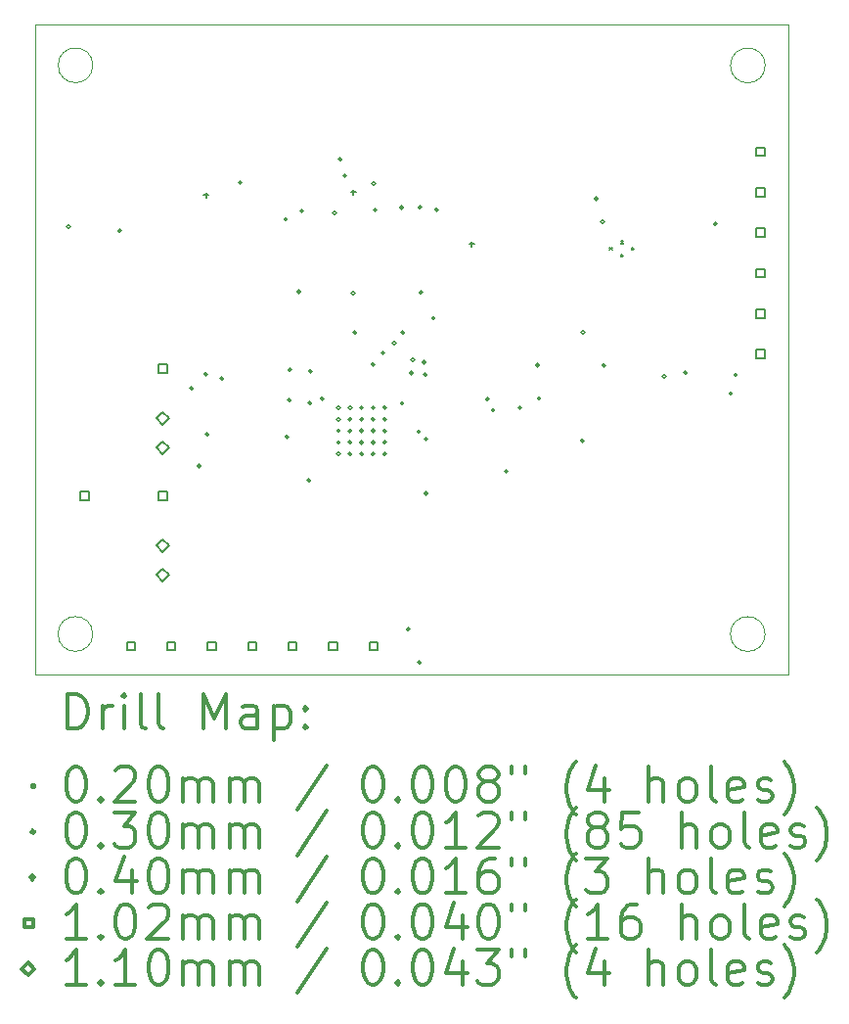
<source format=gbr>
%FSLAX45Y45*%
G04 Gerber Fmt 4.5, Leading zero omitted, Abs format (unit mm)*
G04 Created by KiCad (PCBNEW (5.1.7)-1) date 2020-10-28 11:10:14*
%MOMM*%
%LPD*%
G01*
G04 APERTURE LIST*
%TA.AperFunction,Profile*%
%ADD10C,0.050000*%
%TD*%
%ADD11C,0.200000*%
%ADD12C,0.300000*%
G04 APERTURE END LIST*
D10*
X16320000Y-4731000D02*
G75*
G03*
X16320000Y-4731000I-150000J0D01*
G01*
X16319000Y-9649000D02*
G75*
G03*
X16319000Y-9649000I-150000J0D01*
G01*
X10499000Y-9648000D02*
G75*
G03*
X10499000Y-9648000I-150000J0D01*
G01*
X10500000Y-4730000D02*
G75*
G03*
X10500000Y-4730000I-150000J0D01*
G01*
X16520000Y-9999000D02*
X9999000Y-9999000D01*
X16520000Y-4380000D02*
X16520000Y-9999000D01*
X9999000Y-4380000D02*
X16520000Y-4380000D01*
X9999000Y-9999000D02*
X9999000Y-4380000D01*
D11*
X14975000Y-6307000D02*
X14995000Y-6327000D01*
X14995000Y-6307000D02*
X14975000Y-6327000D01*
X15070000Y-6249500D02*
X15090000Y-6269500D01*
X15090000Y-6249500D02*
X15070000Y-6269500D01*
X15070000Y-6364500D02*
X15090000Y-6384500D01*
X15090000Y-6364500D02*
X15070000Y-6384500D01*
X15165000Y-6307000D02*
X15185000Y-6327000D01*
X15185000Y-6307000D02*
X15165000Y-6327000D01*
X10304000Y-6125000D02*
G75*
G03*
X10304000Y-6125000I-15000J0D01*
G01*
X10747000Y-6160000D02*
G75*
G03*
X10747000Y-6160000I-15000J0D01*
G01*
X11368000Y-7523000D02*
G75*
G03*
X11368000Y-7523000I-15000J0D01*
G01*
X11434000Y-8195000D02*
G75*
G03*
X11434000Y-8195000I-15000J0D01*
G01*
X11493000Y-7402000D02*
G75*
G03*
X11493000Y-7402000I-15000J0D01*
G01*
X11504000Y-7922000D02*
G75*
G03*
X11504000Y-7922000I-15000J0D01*
G01*
X11632000Y-7440000D02*
G75*
G03*
X11632000Y-7440000I-15000J0D01*
G01*
X11790000Y-5744000D02*
G75*
G03*
X11790000Y-5744000I-15000J0D01*
G01*
X12184000Y-6063000D02*
G75*
G03*
X12184000Y-6063000I-15000J0D01*
G01*
X12193000Y-7943000D02*
G75*
G03*
X12193000Y-7943000I-15000J0D01*
G01*
X12217000Y-7626000D02*
G75*
G03*
X12217000Y-7626000I-15000J0D01*
G01*
X12220000Y-7365000D02*
G75*
G03*
X12220000Y-7365000I-15000J0D01*
G01*
X12299000Y-6689000D02*
G75*
G03*
X12299000Y-6689000I-15000J0D01*
G01*
X12323000Y-5989000D02*
G75*
G03*
X12323000Y-5989000I-15000J0D01*
G01*
X12385000Y-8319000D02*
G75*
G03*
X12385000Y-8319000I-15000J0D01*
G01*
X12392000Y-7651000D02*
G75*
G03*
X12392000Y-7651000I-15000J0D01*
G01*
X12398000Y-7376000D02*
G75*
G03*
X12398000Y-7376000I-15000J0D01*
G01*
X12498000Y-7614000D02*
G75*
G03*
X12498000Y-7614000I-15000J0D01*
G01*
X12608000Y-6008000D02*
G75*
G03*
X12608000Y-6008000I-15000J0D01*
G01*
X12654000Y-5543000D02*
G75*
G03*
X12654000Y-5543000I-15000J0D01*
G01*
X12695842Y-5683842D02*
G75*
G03*
X12695842Y-5683842I-15000J0D01*
G01*
X12766000Y-6701000D02*
G75*
G03*
X12766000Y-6701000I-15000J0D01*
G01*
X12784000Y-7042000D02*
G75*
G03*
X12784000Y-7042000I-15000J0D01*
G01*
X12939000Y-7316000D02*
G75*
G03*
X12939000Y-7316000I-15000J0D01*
G01*
X12946000Y-5754000D02*
G75*
G03*
X12946000Y-5754000I-15000J0D01*
G01*
X12960000Y-5981000D02*
G75*
G03*
X12960000Y-5981000I-15000J0D01*
G01*
X13025842Y-7216158D02*
G75*
G03*
X13025842Y-7216158I-15000J0D01*
G01*
X13124000Y-7133000D02*
G75*
G03*
X13124000Y-7133000I-15000J0D01*
G01*
X13187000Y-5959000D02*
G75*
G03*
X13187000Y-5959000I-15000J0D01*
G01*
X13191000Y-7654000D02*
G75*
G03*
X13191000Y-7654000I-15000J0D01*
G01*
X13197000Y-7042000D02*
G75*
G03*
X13197000Y-7042000I-15000J0D01*
G01*
X13245000Y-9606000D02*
G75*
G03*
X13245000Y-9606000I-15000J0D01*
G01*
X13273000Y-7390000D02*
G75*
G03*
X13273000Y-7390000I-15000J0D01*
G01*
X13285000Y-7277000D02*
G75*
G03*
X13285000Y-7277000I-15000J0D01*
G01*
X13334000Y-7899000D02*
G75*
G03*
X13334000Y-7899000I-15000J0D01*
G01*
X13343000Y-9895000D02*
G75*
G03*
X13343000Y-9895000I-15000J0D01*
G01*
X13347000Y-5957860D02*
G75*
G03*
X13347000Y-5957860I-15000J0D01*
G01*
X13355000Y-6695000D02*
G75*
G03*
X13355000Y-6695000I-15000J0D01*
G01*
X13382000Y-7298000D02*
G75*
G03*
X13382000Y-7298000I-15000J0D01*
G01*
X13392000Y-7405000D02*
G75*
G03*
X13392000Y-7405000I-15000J0D01*
G01*
X13398000Y-7963000D02*
G75*
G03*
X13398000Y-7963000I-15000J0D01*
G01*
X13400000Y-8432000D02*
G75*
G03*
X13400000Y-8432000I-15000J0D01*
G01*
X13462000Y-6916000D02*
G75*
G03*
X13462000Y-6916000I-15000J0D01*
G01*
X13490000Y-5978000D02*
G75*
G03*
X13490000Y-5978000I-15000J0D01*
G01*
X13930000Y-7616000D02*
G75*
G03*
X13930000Y-7616000I-15000J0D01*
G01*
X13980000Y-7713000D02*
G75*
G03*
X13980000Y-7713000I-15000J0D01*
G01*
X14093000Y-8241000D02*
G75*
G03*
X14093000Y-8241000I-15000J0D01*
G01*
X14213000Y-7692000D02*
G75*
G03*
X14213000Y-7692000I-15000J0D01*
G01*
X14364000Y-7325000D02*
G75*
G03*
X14364000Y-7325000I-15000J0D01*
G01*
X14377000Y-7610000D02*
G75*
G03*
X14377000Y-7610000I-15000J0D01*
G01*
X14751000Y-7978000D02*
G75*
G03*
X14751000Y-7978000I-15000J0D01*
G01*
X14758000Y-7041000D02*
G75*
G03*
X14758000Y-7041000I-15000J0D01*
G01*
X14872000Y-5885000D02*
G75*
G03*
X14872000Y-5885000I-15000J0D01*
G01*
X14927000Y-6081000D02*
G75*
G03*
X14927000Y-6081000I-15000J0D01*
G01*
X14938000Y-7324000D02*
G75*
G03*
X14938000Y-7324000I-15000J0D01*
G01*
X15459000Y-7420000D02*
G75*
G03*
X15459000Y-7420000I-15000J0D01*
G01*
X15645000Y-7389000D02*
G75*
G03*
X15645000Y-7389000I-15000J0D01*
G01*
X15902000Y-6103000D02*
G75*
G03*
X15902000Y-6103000I-15000J0D01*
G01*
X16036000Y-7569000D02*
G75*
G03*
X16036000Y-7569000I-15000J0D01*
G01*
X16080000Y-7408000D02*
G75*
G03*
X16080000Y-7408000I-15000J0D01*
G01*
X12641000Y-7691000D02*
G75*
G03*
X12641000Y-7691000I-15000J0D01*
G01*
X12641000Y-7791000D02*
G75*
G03*
X12641000Y-7791000I-15000J0D01*
G01*
X12641000Y-7891000D02*
G75*
G03*
X12641000Y-7891000I-15000J0D01*
G01*
X12641000Y-7991000D02*
G75*
G03*
X12641000Y-7991000I-15000J0D01*
G01*
X12641000Y-8091000D02*
G75*
G03*
X12641000Y-8091000I-15000J0D01*
G01*
X12741000Y-7691000D02*
G75*
G03*
X12741000Y-7691000I-15000J0D01*
G01*
X12741000Y-7791000D02*
G75*
G03*
X12741000Y-7791000I-15000J0D01*
G01*
X12741000Y-7891000D02*
G75*
G03*
X12741000Y-7891000I-15000J0D01*
G01*
X12741000Y-7991000D02*
G75*
G03*
X12741000Y-7991000I-15000J0D01*
G01*
X12741000Y-8091000D02*
G75*
G03*
X12741000Y-8091000I-15000J0D01*
G01*
X12841000Y-7691000D02*
G75*
G03*
X12841000Y-7691000I-15000J0D01*
G01*
X12841000Y-7791000D02*
G75*
G03*
X12841000Y-7791000I-15000J0D01*
G01*
X12841000Y-7891000D02*
G75*
G03*
X12841000Y-7891000I-15000J0D01*
G01*
X12841000Y-7991000D02*
G75*
G03*
X12841000Y-7991000I-15000J0D01*
G01*
X12841000Y-8091000D02*
G75*
G03*
X12841000Y-8091000I-15000J0D01*
G01*
X12941000Y-7691000D02*
G75*
G03*
X12941000Y-7691000I-15000J0D01*
G01*
X12941000Y-7791000D02*
G75*
G03*
X12941000Y-7791000I-15000J0D01*
G01*
X12941000Y-7891000D02*
G75*
G03*
X12941000Y-7891000I-15000J0D01*
G01*
X12941000Y-7991000D02*
G75*
G03*
X12941000Y-7991000I-15000J0D01*
G01*
X12941000Y-8091000D02*
G75*
G03*
X12941000Y-8091000I-15000J0D01*
G01*
X13041000Y-7691000D02*
G75*
G03*
X13041000Y-7691000I-15000J0D01*
G01*
X13041000Y-7791000D02*
G75*
G03*
X13041000Y-7791000I-15000J0D01*
G01*
X13041000Y-7891000D02*
G75*
G03*
X13041000Y-7891000I-15000J0D01*
G01*
X13041000Y-7991000D02*
G75*
G03*
X13041000Y-7991000I-15000J0D01*
G01*
X13041000Y-8091000D02*
G75*
G03*
X13041000Y-8091000I-15000J0D01*
G01*
X11480000Y-5832000D02*
X11480000Y-5872000D01*
X11460000Y-5852000D02*
X11500000Y-5852000D01*
X12755000Y-5807000D02*
X12755000Y-5847000D01*
X12735000Y-5827000D02*
X12775000Y-5827000D01*
X13780000Y-6257000D02*
X13780000Y-6297000D01*
X13760000Y-6277000D02*
X13800000Y-6277000D01*
X11141063Y-8488063D02*
X11141063Y-8415937D01*
X11068937Y-8415937D01*
X11068937Y-8488063D01*
X11141063Y-8488063D01*
X12616063Y-9788063D02*
X12616063Y-9715937D01*
X12543937Y-9715937D01*
X12543937Y-9788063D01*
X12616063Y-9788063D01*
X16316063Y-6213063D02*
X16316063Y-6140937D01*
X16243937Y-6140937D01*
X16243937Y-6213063D01*
X16316063Y-6213063D01*
X11216063Y-9788063D02*
X11216063Y-9715937D01*
X11143937Y-9715937D01*
X11143937Y-9788063D01*
X11216063Y-9788063D01*
X16316063Y-6913063D02*
X16316063Y-6840937D01*
X16243937Y-6840937D01*
X16243937Y-6913063D01*
X16316063Y-6913063D01*
X12266063Y-9788063D02*
X12266063Y-9715937D01*
X12193937Y-9715937D01*
X12193937Y-9788063D01*
X12266063Y-9788063D01*
X12966063Y-9788063D02*
X12966063Y-9715937D01*
X12893937Y-9715937D01*
X12893937Y-9788063D01*
X12966063Y-9788063D01*
X11566063Y-9788063D02*
X11566063Y-9715937D01*
X11493937Y-9715937D01*
X11493937Y-9788063D01*
X11566063Y-9788063D01*
X16316063Y-7263063D02*
X16316063Y-7190937D01*
X16243937Y-7190937D01*
X16243937Y-7263063D01*
X16316063Y-7263063D01*
X16316063Y-5513063D02*
X16316063Y-5440937D01*
X16243937Y-5440937D01*
X16243937Y-5513063D01*
X16316063Y-5513063D01*
X11141063Y-7388063D02*
X11141063Y-7315937D01*
X11068937Y-7315937D01*
X11068937Y-7388063D01*
X11141063Y-7388063D01*
X16316063Y-5863063D02*
X16316063Y-5790937D01*
X16243937Y-5790937D01*
X16243937Y-5863063D01*
X16316063Y-5863063D01*
X11916063Y-9788063D02*
X11916063Y-9715937D01*
X11843937Y-9715937D01*
X11843937Y-9788063D01*
X11916063Y-9788063D01*
X10866063Y-9788063D02*
X10866063Y-9715937D01*
X10793937Y-9715937D01*
X10793937Y-9788063D01*
X10866063Y-9788063D01*
X10466063Y-8488063D02*
X10466063Y-8415937D01*
X10393937Y-8415937D01*
X10393937Y-8488063D01*
X10466063Y-8488063D01*
X16316063Y-6563063D02*
X16316063Y-6490937D01*
X16243937Y-6490937D01*
X16243937Y-6563063D01*
X16316063Y-6563063D01*
X11104000Y-8091000D02*
X11159000Y-8036000D01*
X11104000Y-7981000D01*
X11049000Y-8036000D01*
X11104000Y-8091000D01*
X11106000Y-7837000D02*
X11161000Y-7782000D01*
X11106000Y-7727000D01*
X11051000Y-7782000D01*
X11106000Y-7837000D01*
X11104000Y-9191000D02*
X11159000Y-9136000D01*
X11104000Y-9081000D01*
X11049000Y-9136000D01*
X11104000Y-9191000D01*
X11106000Y-8937000D02*
X11161000Y-8882000D01*
X11106000Y-8827000D01*
X11051000Y-8882000D01*
X11106000Y-8937000D01*
D12*
X10282928Y-10467214D02*
X10282928Y-10167214D01*
X10354357Y-10167214D01*
X10397214Y-10181500D01*
X10425786Y-10210072D01*
X10440071Y-10238643D01*
X10454357Y-10295786D01*
X10454357Y-10338643D01*
X10440071Y-10395786D01*
X10425786Y-10424357D01*
X10397214Y-10452929D01*
X10354357Y-10467214D01*
X10282928Y-10467214D01*
X10582928Y-10467214D02*
X10582928Y-10267214D01*
X10582928Y-10324357D02*
X10597214Y-10295786D01*
X10611500Y-10281500D01*
X10640071Y-10267214D01*
X10668643Y-10267214D01*
X10768643Y-10467214D02*
X10768643Y-10267214D01*
X10768643Y-10167214D02*
X10754357Y-10181500D01*
X10768643Y-10195786D01*
X10782928Y-10181500D01*
X10768643Y-10167214D01*
X10768643Y-10195786D01*
X10954357Y-10467214D02*
X10925786Y-10452929D01*
X10911500Y-10424357D01*
X10911500Y-10167214D01*
X11111500Y-10467214D02*
X11082928Y-10452929D01*
X11068643Y-10424357D01*
X11068643Y-10167214D01*
X11454357Y-10467214D02*
X11454357Y-10167214D01*
X11554357Y-10381500D01*
X11654357Y-10167214D01*
X11654357Y-10467214D01*
X11925786Y-10467214D02*
X11925786Y-10310072D01*
X11911500Y-10281500D01*
X11882928Y-10267214D01*
X11825786Y-10267214D01*
X11797214Y-10281500D01*
X11925786Y-10452929D02*
X11897214Y-10467214D01*
X11825786Y-10467214D01*
X11797214Y-10452929D01*
X11782928Y-10424357D01*
X11782928Y-10395786D01*
X11797214Y-10367214D01*
X11825786Y-10352929D01*
X11897214Y-10352929D01*
X11925786Y-10338643D01*
X12068643Y-10267214D02*
X12068643Y-10567214D01*
X12068643Y-10281500D02*
X12097214Y-10267214D01*
X12154357Y-10267214D01*
X12182928Y-10281500D01*
X12197214Y-10295786D01*
X12211500Y-10324357D01*
X12211500Y-10410072D01*
X12197214Y-10438643D01*
X12182928Y-10452929D01*
X12154357Y-10467214D01*
X12097214Y-10467214D01*
X12068643Y-10452929D01*
X12340071Y-10438643D02*
X12354357Y-10452929D01*
X12340071Y-10467214D01*
X12325786Y-10452929D01*
X12340071Y-10438643D01*
X12340071Y-10467214D01*
X12340071Y-10281500D02*
X12354357Y-10295786D01*
X12340071Y-10310072D01*
X12325786Y-10295786D01*
X12340071Y-10281500D01*
X12340071Y-10310072D01*
X9976500Y-10951500D02*
X9996500Y-10971500D01*
X9996500Y-10951500D02*
X9976500Y-10971500D01*
X10340071Y-10797214D02*
X10368643Y-10797214D01*
X10397214Y-10811500D01*
X10411500Y-10825786D01*
X10425786Y-10854357D01*
X10440071Y-10911500D01*
X10440071Y-10982929D01*
X10425786Y-11040072D01*
X10411500Y-11068643D01*
X10397214Y-11082929D01*
X10368643Y-11097214D01*
X10340071Y-11097214D01*
X10311500Y-11082929D01*
X10297214Y-11068643D01*
X10282928Y-11040072D01*
X10268643Y-10982929D01*
X10268643Y-10911500D01*
X10282928Y-10854357D01*
X10297214Y-10825786D01*
X10311500Y-10811500D01*
X10340071Y-10797214D01*
X10568643Y-11068643D02*
X10582928Y-11082929D01*
X10568643Y-11097214D01*
X10554357Y-11082929D01*
X10568643Y-11068643D01*
X10568643Y-11097214D01*
X10697214Y-10825786D02*
X10711500Y-10811500D01*
X10740071Y-10797214D01*
X10811500Y-10797214D01*
X10840071Y-10811500D01*
X10854357Y-10825786D01*
X10868643Y-10854357D01*
X10868643Y-10882929D01*
X10854357Y-10925786D01*
X10682928Y-11097214D01*
X10868643Y-11097214D01*
X11054357Y-10797214D02*
X11082928Y-10797214D01*
X11111500Y-10811500D01*
X11125786Y-10825786D01*
X11140071Y-10854357D01*
X11154357Y-10911500D01*
X11154357Y-10982929D01*
X11140071Y-11040072D01*
X11125786Y-11068643D01*
X11111500Y-11082929D01*
X11082928Y-11097214D01*
X11054357Y-11097214D01*
X11025786Y-11082929D01*
X11011500Y-11068643D01*
X10997214Y-11040072D01*
X10982928Y-10982929D01*
X10982928Y-10911500D01*
X10997214Y-10854357D01*
X11011500Y-10825786D01*
X11025786Y-10811500D01*
X11054357Y-10797214D01*
X11282928Y-11097214D02*
X11282928Y-10897214D01*
X11282928Y-10925786D02*
X11297214Y-10911500D01*
X11325786Y-10897214D01*
X11368643Y-10897214D01*
X11397214Y-10911500D01*
X11411500Y-10940072D01*
X11411500Y-11097214D01*
X11411500Y-10940072D02*
X11425786Y-10911500D01*
X11454357Y-10897214D01*
X11497214Y-10897214D01*
X11525786Y-10911500D01*
X11540071Y-10940072D01*
X11540071Y-11097214D01*
X11682928Y-11097214D02*
X11682928Y-10897214D01*
X11682928Y-10925786D02*
X11697214Y-10911500D01*
X11725786Y-10897214D01*
X11768643Y-10897214D01*
X11797214Y-10911500D01*
X11811500Y-10940072D01*
X11811500Y-11097214D01*
X11811500Y-10940072D02*
X11825786Y-10911500D01*
X11854357Y-10897214D01*
X11897214Y-10897214D01*
X11925786Y-10911500D01*
X11940071Y-10940072D01*
X11940071Y-11097214D01*
X12525786Y-10782929D02*
X12268643Y-11168643D01*
X12911500Y-10797214D02*
X12940071Y-10797214D01*
X12968643Y-10811500D01*
X12982928Y-10825786D01*
X12997214Y-10854357D01*
X13011500Y-10911500D01*
X13011500Y-10982929D01*
X12997214Y-11040072D01*
X12982928Y-11068643D01*
X12968643Y-11082929D01*
X12940071Y-11097214D01*
X12911500Y-11097214D01*
X12882928Y-11082929D01*
X12868643Y-11068643D01*
X12854357Y-11040072D01*
X12840071Y-10982929D01*
X12840071Y-10911500D01*
X12854357Y-10854357D01*
X12868643Y-10825786D01*
X12882928Y-10811500D01*
X12911500Y-10797214D01*
X13140071Y-11068643D02*
X13154357Y-11082929D01*
X13140071Y-11097214D01*
X13125786Y-11082929D01*
X13140071Y-11068643D01*
X13140071Y-11097214D01*
X13340071Y-10797214D02*
X13368643Y-10797214D01*
X13397214Y-10811500D01*
X13411500Y-10825786D01*
X13425786Y-10854357D01*
X13440071Y-10911500D01*
X13440071Y-10982929D01*
X13425786Y-11040072D01*
X13411500Y-11068643D01*
X13397214Y-11082929D01*
X13368643Y-11097214D01*
X13340071Y-11097214D01*
X13311500Y-11082929D01*
X13297214Y-11068643D01*
X13282928Y-11040072D01*
X13268643Y-10982929D01*
X13268643Y-10911500D01*
X13282928Y-10854357D01*
X13297214Y-10825786D01*
X13311500Y-10811500D01*
X13340071Y-10797214D01*
X13625786Y-10797214D02*
X13654357Y-10797214D01*
X13682928Y-10811500D01*
X13697214Y-10825786D01*
X13711500Y-10854357D01*
X13725786Y-10911500D01*
X13725786Y-10982929D01*
X13711500Y-11040072D01*
X13697214Y-11068643D01*
X13682928Y-11082929D01*
X13654357Y-11097214D01*
X13625786Y-11097214D01*
X13597214Y-11082929D01*
X13582928Y-11068643D01*
X13568643Y-11040072D01*
X13554357Y-10982929D01*
X13554357Y-10911500D01*
X13568643Y-10854357D01*
X13582928Y-10825786D01*
X13597214Y-10811500D01*
X13625786Y-10797214D01*
X13897214Y-10925786D02*
X13868643Y-10911500D01*
X13854357Y-10897214D01*
X13840071Y-10868643D01*
X13840071Y-10854357D01*
X13854357Y-10825786D01*
X13868643Y-10811500D01*
X13897214Y-10797214D01*
X13954357Y-10797214D01*
X13982928Y-10811500D01*
X13997214Y-10825786D01*
X14011500Y-10854357D01*
X14011500Y-10868643D01*
X13997214Y-10897214D01*
X13982928Y-10911500D01*
X13954357Y-10925786D01*
X13897214Y-10925786D01*
X13868643Y-10940072D01*
X13854357Y-10954357D01*
X13840071Y-10982929D01*
X13840071Y-11040072D01*
X13854357Y-11068643D01*
X13868643Y-11082929D01*
X13897214Y-11097214D01*
X13954357Y-11097214D01*
X13982928Y-11082929D01*
X13997214Y-11068643D01*
X14011500Y-11040072D01*
X14011500Y-10982929D01*
X13997214Y-10954357D01*
X13982928Y-10940072D01*
X13954357Y-10925786D01*
X14125786Y-10797214D02*
X14125786Y-10854357D01*
X14240071Y-10797214D02*
X14240071Y-10854357D01*
X14682928Y-11211500D02*
X14668643Y-11197214D01*
X14640071Y-11154357D01*
X14625786Y-11125786D01*
X14611500Y-11082929D01*
X14597214Y-11011500D01*
X14597214Y-10954357D01*
X14611500Y-10882929D01*
X14625786Y-10840072D01*
X14640071Y-10811500D01*
X14668643Y-10768643D01*
X14682928Y-10754357D01*
X14925786Y-10897214D02*
X14925786Y-11097214D01*
X14854357Y-10782929D02*
X14782928Y-10997214D01*
X14968643Y-10997214D01*
X15311500Y-11097214D02*
X15311500Y-10797214D01*
X15440071Y-11097214D02*
X15440071Y-10940072D01*
X15425786Y-10911500D01*
X15397214Y-10897214D01*
X15354357Y-10897214D01*
X15325786Y-10911500D01*
X15311500Y-10925786D01*
X15625786Y-11097214D02*
X15597214Y-11082929D01*
X15582928Y-11068643D01*
X15568643Y-11040072D01*
X15568643Y-10954357D01*
X15582928Y-10925786D01*
X15597214Y-10911500D01*
X15625786Y-10897214D01*
X15668643Y-10897214D01*
X15697214Y-10911500D01*
X15711500Y-10925786D01*
X15725786Y-10954357D01*
X15725786Y-11040072D01*
X15711500Y-11068643D01*
X15697214Y-11082929D01*
X15668643Y-11097214D01*
X15625786Y-11097214D01*
X15897214Y-11097214D02*
X15868643Y-11082929D01*
X15854357Y-11054357D01*
X15854357Y-10797214D01*
X16125786Y-11082929D02*
X16097214Y-11097214D01*
X16040071Y-11097214D01*
X16011500Y-11082929D01*
X15997214Y-11054357D01*
X15997214Y-10940072D01*
X16011500Y-10911500D01*
X16040071Y-10897214D01*
X16097214Y-10897214D01*
X16125786Y-10911500D01*
X16140071Y-10940072D01*
X16140071Y-10968643D01*
X15997214Y-10997214D01*
X16254357Y-11082929D02*
X16282928Y-11097214D01*
X16340071Y-11097214D01*
X16368643Y-11082929D01*
X16382928Y-11054357D01*
X16382928Y-11040072D01*
X16368643Y-11011500D01*
X16340071Y-10997214D01*
X16297214Y-10997214D01*
X16268643Y-10982929D01*
X16254357Y-10954357D01*
X16254357Y-10940072D01*
X16268643Y-10911500D01*
X16297214Y-10897214D01*
X16340071Y-10897214D01*
X16368643Y-10911500D01*
X16482928Y-11211500D02*
X16497214Y-11197214D01*
X16525786Y-11154357D01*
X16540071Y-11125786D01*
X16554357Y-11082929D01*
X16568643Y-11011500D01*
X16568643Y-10954357D01*
X16554357Y-10882929D01*
X16540071Y-10840072D01*
X16525786Y-10811500D01*
X16497214Y-10768643D01*
X16482928Y-10754357D01*
X9996500Y-11357500D02*
G75*
G03*
X9996500Y-11357500I-15000J0D01*
G01*
X10340071Y-11193214D02*
X10368643Y-11193214D01*
X10397214Y-11207500D01*
X10411500Y-11221786D01*
X10425786Y-11250357D01*
X10440071Y-11307500D01*
X10440071Y-11378929D01*
X10425786Y-11436071D01*
X10411500Y-11464643D01*
X10397214Y-11478929D01*
X10368643Y-11493214D01*
X10340071Y-11493214D01*
X10311500Y-11478929D01*
X10297214Y-11464643D01*
X10282928Y-11436071D01*
X10268643Y-11378929D01*
X10268643Y-11307500D01*
X10282928Y-11250357D01*
X10297214Y-11221786D01*
X10311500Y-11207500D01*
X10340071Y-11193214D01*
X10568643Y-11464643D02*
X10582928Y-11478929D01*
X10568643Y-11493214D01*
X10554357Y-11478929D01*
X10568643Y-11464643D01*
X10568643Y-11493214D01*
X10682928Y-11193214D02*
X10868643Y-11193214D01*
X10768643Y-11307500D01*
X10811500Y-11307500D01*
X10840071Y-11321786D01*
X10854357Y-11336071D01*
X10868643Y-11364643D01*
X10868643Y-11436071D01*
X10854357Y-11464643D01*
X10840071Y-11478929D01*
X10811500Y-11493214D01*
X10725786Y-11493214D01*
X10697214Y-11478929D01*
X10682928Y-11464643D01*
X11054357Y-11193214D02*
X11082928Y-11193214D01*
X11111500Y-11207500D01*
X11125786Y-11221786D01*
X11140071Y-11250357D01*
X11154357Y-11307500D01*
X11154357Y-11378929D01*
X11140071Y-11436071D01*
X11125786Y-11464643D01*
X11111500Y-11478929D01*
X11082928Y-11493214D01*
X11054357Y-11493214D01*
X11025786Y-11478929D01*
X11011500Y-11464643D01*
X10997214Y-11436071D01*
X10982928Y-11378929D01*
X10982928Y-11307500D01*
X10997214Y-11250357D01*
X11011500Y-11221786D01*
X11025786Y-11207500D01*
X11054357Y-11193214D01*
X11282928Y-11493214D02*
X11282928Y-11293214D01*
X11282928Y-11321786D02*
X11297214Y-11307500D01*
X11325786Y-11293214D01*
X11368643Y-11293214D01*
X11397214Y-11307500D01*
X11411500Y-11336071D01*
X11411500Y-11493214D01*
X11411500Y-11336071D02*
X11425786Y-11307500D01*
X11454357Y-11293214D01*
X11497214Y-11293214D01*
X11525786Y-11307500D01*
X11540071Y-11336071D01*
X11540071Y-11493214D01*
X11682928Y-11493214D02*
X11682928Y-11293214D01*
X11682928Y-11321786D02*
X11697214Y-11307500D01*
X11725786Y-11293214D01*
X11768643Y-11293214D01*
X11797214Y-11307500D01*
X11811500Y-11336071D01*
X11811500Y-11493214D01*
X11811500Y-11336071D02*
X11825786Y-11307500D01*
X11854357Y-11293214D01*
X11897214Y-11293214D01*
X11925786Y-11307500D01*
X11940071Y-11336071D01*
X11940071Y-11493214D01*
X12525786Y-11178929D02*
X12268643Y-11564643D01*
X12911500Y-11193214D02*
X12940071Y-11193214D01*
X12968643Y-11207500D01*
X12982928Y-11221786D01*
X12997214Y-11250357D01*
X13011500Y-11307500D01*
X13011500Y-11378929D01*
X12997214Y-11436071D01*
X12982928Y-11464643D01*
X12968643Y-11478929D01*
X12940071Y-11493214D01*
X12911500Y-11493214D01*
X12882928Y-11478929D01*
X12868643Y-11464643D01*
X12854357Y-11436071D01*
X12840071Y-11378929D01*
X12840071Y-11307500D01*
X12854357Y-11250357D01*
X12868643Y-11221786D01*
X12882928Y-11207500D01*
X12911500Y-11193214D01*
X13140071Y-11464643D02*
X13154357Y-11478929D01*
X13140071Y-11493214D01*
X13125786Y-11478929D01*
X13140071Y-11464643D01*
X13140071Y-11493214D01*
X13340071Y-11193214D02*
X13368643Y-11193214D01*
X13397214Y-11207500D01*
X13411500Y-11221786D01*
X13425786Y-11250357D01*
X13440071Y-11307500D01*
X13440071Y-11378929D01*
X13425786Y-11436071D01*
X13411500Y-11464643D01*
X13397214Y-11478929D01*
X13368643Y-11493214D01*
X13340071Y-11493214D01*
X13311500Y-11478929D01*
X13297214Y-11464643D01*
X13282928Y-11436071D01*
X13268643Y-11378929D01*
X13268643Y-11307500D01*
X13282928Y-11250357D01*
X13297214Y-11221786D01*
X13311500Y-11207500D01*
X13340071Y-11193214D01*
X13725786Y-11493214D02*
X13554357Y-11493214D01*
X13640071Y-11493214D02*
X13640071Y-11193214D01*
X13611500Y-11236071D01*
X13582928Y-11264643D01*
X13554357Y-11278929D01*
X13840071Y-11221786D02*
X13854357Y-11207500D01*
X13882928Y-11193214D01*
X13954357Y-11193214D01*
X13982928Y-11207500D01*
X13997214Y-11221786D01*
X14011500Y-11250357D01*
X14011500Y-11278929D01*
X13997214Y-11321786D01*
X13825786Y-11493214D01*
X14011500Y-11493214D01*
X14125786Y-11193214D02*
X14125786Y-11250357D01*
X14240071Y-11193214D02*
X14240071Y-11250357D01*
X14682928Y-11607500D02*
X14668643Y-11593214D01*
X14640071Y-11550357D01*
X14625786Y-11521786D01*
X14611500Y-11478929D01*
X14597214Y-11407500D01*
X14597214Y-11350357D01*
X14611500Y-11278929D01*
X14625786Y-11236071D01*
X14640071Y-11207500D01*
X14668643Y-11164643D01*
X14682928Y-11150357D01*
X14840071Y-11321786D02*
X14811500Y-11307500D01*
X14797214Y-11293214D01*
X14782928Y-11264643D01*
X14782928Y-11250357D01*
X14797214Y-11221786D01*
X14811500Y-11207500D01*
X14840071Y-11193214D01*
X14897214Y-11193214D01*
X14925786Y-11207500D01*
X14940071Y-11221786D01*
X14954357Y-11250357D01*
X14954357Y-11264643D01*
X14940071Y-11293214D01*
X14925786Y-11307500D01*
X14897214Y-11321786D01*
X14840071Y-11321786D01*
X14811500Y-11336071D01*
X14797214Y-11350357D01*
X14782928Y-11378929D01*
X14782928Y-11436071D01*
X14797214Y-11464643D01*
X14811500Y-11478929D01*
X14840071Y-11493214D01*
X14897214Y-11493214D01*
X14925786Y-11478929D01*
X14940071Y-11464643D01*
X14954357Y-11436071D01*
X14954357Y-11378929D01*
X14940071Y-11350357D01*
X14925786Y-11336071D01*
X14897214Y-11321786D01*
X15225786Y-11193214D02*
X15082928Y-11193214D01*
X15068643Y-11336071D01*
X15082928Y-11321786D01*
X15111500Y-11307500D01*
X15182928Y-11307500D01*
X15211500Y-11321786D01*
X15225786Y-11336071D01*
X15240071Y-11364643D01*
X15240071Y-11436071D01*
X15225786Y-11464643D01*
X15211500Y-11478929D01*
X15182928Y-11493214D01*
X15111500Y-11493214D01*
X15082928Y-11478929D01*
X15068643Y-11464643D01*
X15597214Y-11493214D02*
X15597214Y-11193214D01*
X15725786Y-11493214D02*
X15725786Y-11336071D01*
X15711500Y-11307500D01*
X15682928Y-11293214D01*
X15640071Y-11293214D01*
X15611500Y-11307500D01*
X15597214Y-11321786D01*
X15911500Y-11493214D02*
X15882928Y-11478929D01*
X15868643Y-11464643D01*
X15854357Y-11436071D01*
X15854357Y-11350357D01*
X15868643Y-11321786D01*
X15882928Y-11307500D01*
X15911500Y-11293214D01*
X15954357Y-11293214D01*
X15982928Y-11307500D01*
X15997214Y-11321786D01*
X16011500Y-11350357D01*
X16011500Y-11436071D01*
X15997214Y-11464643D01*
X15982928Y-11478929D01*
X15954357Y-11493214D01*
X15911500Y-11493214D01*
X16182928Y-11493214D02*
X16154357Y-11478929D01*
X16140071Y-11450357D01*
X16140071Y-11193214D01*
X16411500Y-11478929D02*
X16382928Y-11493214D01*
X16325786Y-11493214D01*
X16297214Y-11478929D01*
X16282928Y-11450357D01*
X16282928Y-11336071D01*
X16297214Y-11307500D01*
X16325786Y-11293214D01*
X16382928Y-11293214D01*
X16411500Y-11307500D01*
X16425786Y-11336071D01*
X16425786Y-11364643D01*
X16282928Y-11393214D01*
X16540071Y-11478929D02*
X16568643Y-11493214D01*
X16625786Y-11493214D01*
X16654357Y-11478929D01*
X16668643Y-11450357D01*
X16668643Y-11436071D01*
X16654357Y-11407500D01*
X16625786Y-11393214D01*
X16582928Y-11393214D01*
X16554357Y-11378929D01*
X16540071Y-11350357D01*
X16540071Y-11336071D01*
X16554357Y-11307500D01*
X16582928Y-11293214D01*
X16625786Y-11293214D01*
X16654357Y-11307500D01*
X16768643Y-11607500D02*
X16782928Y-11593214D01*
X16811500Y-11550357D01*
X16825786Y-11521786D01*
X16840071Y-11478929D01*
X16854357Y-11407500D01*
X16854357Y-11350357D01*
X16840071Y-11278929D01*
X16825786Y-11236071D01*
X16811500Y-11207500D01*
X16782928Y-11164643D01*
X16768643Y-11150357D01*
X9976500Y-11733500D02*
X9976500Y-11773500D01*
X9956500Y-11753500D02*
X9996500Y-11753500D01*
X10340071Y-11589214D02*
X10368643Y-11589214D01*
X10397214Y-11603500D01*
X10411500Y-11617786D01*
X10425786Y-11646357D01*
X10440071Y-11703500D01*
X10440071Y-11774929D01*
X10425786Y-11832071D01*
X10411500Y-11860643D01*
X10397214Y-11874929D01*
X10368643Y-11889214D01*
X10340071Y-11889214D01*
X10311500Y-11874929D01*
X10297214Y-11860643D01*
X10282928Y-11832071D01*
X10268643Y-11774929D01*
X10268643Y-11703500D01*
X10282928Y-11646357D01*
X10297214Y-11617786D01*
X10311500Y-11603500D01*
X10340071Y-11589214D01*
X10568643Y-11860643D02*
X10582928Y-11874929D01*
X10568643Y-11889214D01*
X10554357Y-11874929D01*
X10568643Y-11860643D01*
X10568643Y-11889214D01*
X10840071Y-11689214D02*
X10840071Y-11889214D01*
X10768643Y-11574929D02*
X10697214Y-11789214D01*
X10882928Y-11789214D01*
X11054357Y-11589214D02*
X11082928Y-11589214D01*
X11111500Y-11603500D01*
X11125786Y-11617786D01*
X11140071Y-11646357D01*
X11154357Y-11703500D01*
X11154357Y-11774929D01*
X11140071Y-11832071D01*
X11125786Y-11860643D01*
X11111500Y-11874929D01*
X11082928Y-11889214D01*
X11054357Y-11889214D01*
X11025786Y-11874929D01*
X11011500Y-11860643D01*
X10997214Y-11832071D01*
X10982928Y-11774929D01*
X10982928Y-11703500D01*
X10997214Y-11646357D01*
X11011500Y-11617786D01*
X11025786Y-11603500D01*
X11054357Y-11589214D01*
X11282928Y-11889214D02*
X11282928Y-11689214D01*
X11282928Y-11717786D02*
X11297214Y-11703500D01*
X11325786Y-11689214D01*
X11368643Y-11689214D01*
X11397214Y-11703500D01*
X11411500Y-11732071D01*
X11411500Y-11889214D01*
X11411500Y-11732071D02*
X11425786Y-11703500D01*
X11454357Y-11689214D01*
X11497214Y-11689214D01*
X11525786Y-11703500D01*
X11540071Y-11732071D01*
X11540071Y-11889214D01*
X11682928Y-11889214D02*
X11682928Y-11689214D01*
X11682928Y-11717786D02*
X11697214Y-11703500D01*
X11725786Y-11689214D01*
X11768643Y-11689214D01*
X11797214Y-11703500D01*
X11811500Y-11732071D01*
X11811500Y-11889214D01*
X11811500Y-11732071D02*
X11825786Y-11703500D01*
X11854357Y-11689214D01*
X11897214Y-11689214D01*
X11925786Y-11703500D01*
X11940071Y-11732071D01*
X11940071Y-11889214D01*
X12525786Y-11574929D02*
X12268643Y-11960643D01*
X12911500Y-11589214D02*
X12940071Y-11589214D01*
X12968643Y-11603500D01*
X12982928Y-11617786D01*
X12997214Y-11646357D01*
X13011500Y-11703500D01*
X13011500Y-11774929D01*
X12997214Y-11832071D01*
X12982928Y-11860643D01*
X12968643Y-11874929D01*
X12940071Y-11889214D01*
X12911500Y-11889214D01*
X12882928Y-11874929D01*
X12868643Y-11860643D01*
X12854357Y-11832071D01*
X12840071Y-11774929D01*
X12840071Y-11703500D01*
X12854357Y-11646357D01*
X12868643Y-11617786D01*
X12882928Y-11603500D01*
X12911500Y-11589214D01*
X13140071Y-11860643D02*
X13154357Y-11874929D01*
X13140071Y-11889214D01*
X13125786Y-11874929D01*
X13140071Y-11860643D01*
X13140071Y-11889214D01*
X13340071Y-11589214D02*
X13368643Y-11589214D01*
X13397214Y-11603500D01*
X13411500Y-11617786D01*
X13425786Y-11646357D01*
X13440071Y-11703500D01*
X13440071Y-11774929D01*
X13425786Y-11832071D01*
X13411500Y-11860643D01*
X13397214Y-11874929D01*
X13368643Y-11889214D01*
X13340071Y-11889214D01*
X13311500Y-11874929D01*
X13297214Y-11860643D01*
X13282928Y-11832071D01*
X13268643Y-11774929D01*
X13268643Y-11703500D01*
X13282928Y-11646357D01*
X13297214Y-11617786D01*
X13311500Y-11603500D01*
X13340071Y-11589214D01*
X13725786Y-11889214D02*
X13554357Y-11889214D01*
X13640071Y-11889214D02*
X13640071Y-11589214D01*
X13611500Y-11632071D01*
X13582928Y-11660643D01*
X13554357Y-11674929D01*
X13982928Y-11589214D02*
X13925786Y-11589214D01*
X13897214Y-11603500D01*
X13882928Y-11617786D01*
X13854357Y-11660643D01*
X13840071Y-11717786D01*
X13840071Y-11832071D01*
X13854357Y-11860643D01*
X13868643Y-11874929D01*
X13897214Y-11889214D01*
X13954357Y-11889214D01*
X13982928Y-11874929D01*
X13997214Y-11860643D01*
X14011500Y-11832071D01*
X14011500Y-11760643D01*
X13997214Y-11732071D01*
X13982928Y-11717786D01*
X13954357Y-11703500D01*
X13897214Y-11703500D01*
X13868643Y-11717786D01*
X13854357Y-11732071D01*
X13840071Y-11760643D01*
X14125786Y-11589214D02*
X14125786Y-11646357D01*
X14240071Y-11589214D02*
X14240071Y-11646357D01*
X14682928Y-12003500D02*
X14668643Y-11989214D01*
X14640071Y-11946357D01*
X14625786Y-11917786D01*
X14611500Y-11874929D01*
X14597214Y-11803500D01*
X14597214Y-11746357D01*
X14611500Y-11674929D01*
X14625786Y-11632071D01*
X14640071Y-11603500D01*
X14668643Y-11560643D01*
X14682928Y-11546357D01*
X14768643Y-11589214D02*
X14954357Y-11589214D01*
X14854357Y-11703500D01*
X14897214Y-11703500D01*
X14925786Y-11717786D01*
X14940071Y-11732071D01*
X14954357Y-11760643D01*
X14954357Y-11832071D01*
X14940071Y-11860643D01*
X14925786Y-11874929D01*
X14897214Y-11889214D01*
X14811500Y-11889214D01*
X14782928Y-11874929D01*
X14768643Y-11860643D01*
X15311500Y-11889214D02*
X15311500Y-11589214D01*
X15440071Y-11889214D02*
X15440071Y-11732071D01*
X15425786Y-11703500D01*
X15397214Y-11689214D01*
X15354357Y-11689214D01*
X15325786Y-11703500D01*
X15311500Y-11717786D01*
X15625786Y-11889214D02*
X15597214Y-11874929D01*
X15582928Y-11860643D01*
X15568643Y-11832071D01*
X15568643Y-11746357D01*
X15582928Y-11717786D01*
X15597214Y-11703500D01*
X15625786Y-11689214D01*
X15668643Y-11689214D01*
X15697214Y-11703500D01*
X15711500Y-11717786D01*
X15725786Y-11746357D01*
X15725786Y-11832071D01*
X15711500Y-11860643D01*
X15697214Y-11874929D01*
X15668643Y-11889214D01*
X15625786Y-11889214D01*
X15897214Y-11889214D02*
X15868643Y-11874929D01*
X15854357Y-11846357D01*
X15854357Y-11589214D01*
X16125786Y-11874929D02*
X16097214Y-11889214D01*
X16040071Y-11889214D01*
X16011500Y-11874929D01*
X15997214Y-11846357D01*
X15997214Y-11732071D01*
X16011500Y-11703500D01*
X16040071Y-11689214D01*
X16097214Y-11689214D01*
X16125786Y-11703500D01*
X16140071Y-11732071D01*
X16140071Y-11760643D01*
X15997214Y-11789214D01*
X16254357Y-11874929D02*
X16282928Y-11889214D01*
X16340071Y-11889214D01*
X16368643Y-11874929D01*
X16382928Y-11846357D01*
X16382928Y-11832071D01*
X16368643Y-11803500D01*
X16340071Y-11789214D01*
X16297214Y-11789214D01*
X16268643Y-11774929D01*
X16254357Y-11746357D01*
X16254357Y-11732071D01*
X16268643Y-11703500D01*
X16297214Y-11689214D01*
X16340071Y-11689214D01*
X16368643Y-11703500D01*
X16482928Y-12003500D02*
X16497214Y-11989214D01*
X16525786Y-11946357D01*
X16540071Y-11917786D01*
X16554357Y-11874929D01*
X16568643Y-11803500D01*
X16568643Y-11746357D01*
X16554357Y-11674929D01*
X16540071Y-11632071D01*
X16525786Y-11603500D01*
X16497214Y-11560643D01*
X16482928Y-11546357D01*
X9981563Y-12185563D02*
X9981563Y-12113437D01*
X9909437Y-12113437D01*
X9909437Y-12185563D01*
X9981563Y-12185563D01*
X10440071Y-12285214D02*
X10268643Y-12285214D01*
X10354357Y-12285214D02*
X10354357Y-11985214D01*
X10325786Y-12028071D01*
X10297214Y-12056643D01*
X10268643Y-12070929D01*
X10568643Y-12256643D02*
X10582928Y-12270929D01*
X10568643Y-12285214D01*
X10554357Y-12270929D01*
X10568643Y-12256643D01*
X10568643Y-12285214D01*
X10768643Y-11985214D02*
X10797214Y-11985214D01*
X10825786Y-11999500D01*
X10840071Y-12013786D01*
X10854357Y-12042357D01*
X10868643Y-12099500D01*
X10868643Y-12170929D01*
X10854357Y-12228071D01*
X10840071Y-12256643D01*
X10825786Y-12270929D01*
X10797214Y-12285214D01*
X10768643Y-12285214D01*
X10740071Y-12270929D01*
X10725786Y-12256643D01*
X10711500Y-12228071D01*
X10697214Y-12170929D01*
X10697214Y-12099500D01*
X10711500Y-12042357D01*
X10725786Y-12013786D01*
X10740071Y-11999500D01*
X10768643Y-11985214D01*
X10982928Y-12013786D02*
X10997214Y-11999500D01*
X11025786Y-11985214D01*
X11097214Y-11985214D01*
X11125786Y-11999500D01*
X11140071Y-12013786D01*
X11154357Y-12042357D01*
X11154357Y-12070929D01*
X11140071Y-12113786D01*
X10968643Y-12285214D01*
X11154357Y-12285214D01*
X11282928Y-12285214D02*
X11282928Y-12085214D01*
X11282928Y-12113786D02*
X11297214Y-12099500D01*
X11325786Y-12085214D01*
X11368643Y-12085214D01*
X11397214Y-12099500D01*
X11411500Y-12128071D01*
X11411500Y-12285214D01*
X11411500Y-12128071D02*
X11425786Y-12099500D01*
X11454357Y-12085214D01*
X11497214Y-12085214D01*
X11525786Y-12099500D01*
X11540071Y-12128071D01*
X11540071Y-12285214D01*
X11682928Y-12285214D02*
X11682928Y-12085214D01*
X11682928Y-12113786D02*
X11697214Y-12099500D01*
X11725786Y-12085214D01*
X11768643Y-12085214D01*
X11797214Y-12099500D01*
X11811500Y-12128071D01*
X11811500Y-12285214D01*
X11811500Y-12128071D02*
X11825786Y-12099500D01*
X11854357Y-12085214D01*
X11897214Y-12085214D01*
X11925786Y-12099500D01*
X11940071Y-12128071D01*
X11940071Y-12285214D01*
X12525786Y-11970929D02*
X12268643Y-12356643D01*
X12911500Y-11985214D02*
X12940071Y-11985214D01*
X12968643Y-11999500D01*
X12982928Y-12013786D01*
X12997214Y-12042357D01*
X13011500Y-12099500D01*
X13011500Y-12170929D01*
X12997214Y-12228071D01*
X12982928Y-12256643D01*
X12968643Y-12270929D01*
X12940071Y-12285214D01*
X12911500Y-12285214D01*
X12882928Y-12270929D01*
X12868643Y-12256643D01*
X12854357Y-12228071D01*
X12840071Y-12170929D01*
X12840071Y-12099500D01*
X12854357Y-12042357D01*
X12868643Y-12013786D01*
X12882928Y-11999500D01*
X12911500Y-11985214D01*
X13140071Y-12256643D02*
X13154357Y-12270929D01*
X13140071Y-12285214D01*
X13125786Y-12270929D01*
X13140071Y-12256643D01*
X13140071Y-12285214D01*
X13340071Y-11985214D02*
X13368643Y-11985214D01*
X13397214Y-11999500D01*
X13411500Y-12013786D01*
X13425786Y-12042357D01*
X13440071Y-12099500D01*
X13440071Y-12170929D01*
X13425786Y-12228071D01*
X13411500Y-12256643D01*
X13397214Y-12270929D01*
X13368643Y-12285214D01*
X13340071Y-12285214D01*
X13311500Y-12270929D01*
X13297214Y-12256643D01*
X13282928Y-12228071D01*
X13268643Y-12170929D01*
X13268643Y-12099500D01*
X13282928Y-12042357D01*
X13297214Y-12013786D01*
X13311500Y-11999500D01*
X13340071Y-11985214D01*
X13697214Y-12085214D02*
X13697214Y-12285214D01*
X13625786Y-11970929D02*
X13554357Y-12185214D01*
X13740071Y-12185214D01*
X13911500Y-11985214D02*
X13940071Y-11985214D01*
X13968643Y-11999500D01*
X13982928Y-12013786D01*
X13997214Y-12042357D01*
X14011500Y-12099500D01*
X14011500Y-12170929D01*
X13997214Y-12228071D01*
X13982928Y-12256643D01*
X13968643Y-12270929D01*
X13940071Y-12285214D01*
X13911500Y-12285214D01*
X13882928Y-12270929D01*
X13868643Y-12256643D01*
X13854357Y-12228071D01*
X13840071Y-12170929D01*
X13840071Y-12099500D01*
X13854357Y-12042357D01*
X13868643Y-12013786D01*
X13882928Y-11999500D01*
X13911500Y-11985214D01*
X14125786Y-11985214D02*
X14125786Y-12042357D01*
X14240071Y-11985214D02*
X14240071Y-12042357D01*
X14682928Y-12399500D02*
X14668643Y-12385214D01*
X14640071Y-12342357D01*
X14625786Y-12313786D01*
X14611500Y-12270929D01*
X14597214Y-12199500D01*
X14597214Y-12142357D01*
X14611500Y-12070929D01*
X14625786Y-12028071D01*
X14640071Y-11999500D01*
X14668643Y-11956643D01*
X14682928Y-11942357D01*
X14954357Y-12285214D02*
X14782928Y-12285214D01*
X14868643Y-12285214D02*
X14868643Y-11985214D01*
X14840071Y-12028071D01*
X14811500Y-12056643D01*
X14782928Y-12070929D01*
X15211500Y-11985214D02*
X15154357Y-11985214D01*
X15125786Y-11999500D01*
X15111500Y-12013786D01*
X15082928Y-12056643D01*
X15068643Y-12113786D01*
X15068643Y-12228071D01*
X15082928Y-12256643D01*
X15097214Y-12270929D01*
X15125786Y-12285214D01*
X15182928Y-12285214D01*
X15211500Y-12270929D01*
X15225786Y-12256643D01*
X15240071Y-12228071D01*
X15240071Y-12156643D01*
X15225786Y-12128071D01*
X15211500Y-12113786D01*
X15182928Y-12099500D01*
X15125786Y-12099500D01*
X15097214Y-12113786D01*
X15082928Y-12128071D01*
X15068643Y-12156643D01*
X15597214Y-12285214D02*
X15597214Y-11985214D01*
X15725786Y-12285214D02*
X15725786Y-12128071D01*
X15711500Y-12099500D01*
X15682928Y-12085214D01*
X15640071Y-12085214D01*
X15611500Y-12099500D01*
X15597214Y-12113786D01*
X15911500Y-12285214D02*
X15882928Y-12270929D01*
X15868643Y-12256643D01*
X15854357Y-12228071D01*
X15854357Y-12142357D01*
X15868643Y-12113786D01*
X15882928Y-12099500D01*
X15911500Y-12085214D01*
X15954357Y-12085214D01*
X15982928Y-12099500D01*
X15997214Y-12113786D01*
X16011500Y-12142357D01*
X16011500Y-12228071D01*
X15997214Y-12256643D01*
X15982928Y-12270929D01*
X15954357Y-12285214D01*
X15911500Y-12285214D01*
X16182928Y-12285214D02*
X16154357Y-12270929D01*
X16140071Y-12242357D01*
X16140071Y-11985214D01*
X16411500Y-12270929D02*
X16382928Y-12285214D01*
X16325786Y-12285214D01*
X16297214Y-12270929D01*
X16282928Y-12242357D01*
X16282928Y-12128071D01*
X16297214Y-12099500D01*
X16325786Y-12085214D01*
X16382928Y-12085214D01*
X16411500Y-12099500D01*
X16425786Y-12128071D01*
X16425786Y-12156643D01*
X16282928Y-12185214D01*
X16540071Y-12270929D02*
X16568643Y-12285214D01*
X16625786Y-12285214D01*
X16654357Y-12270929D01*
X16668643Y-12242357D01*
X16668643Y-12228071D01*
X16654357Y-12199500D01*
X16625786Y-12185214D01*
X16582928Y-12185214D01*
X16554357Y-12170929D01*
X16540071Y-12142357D01*
X16540071Y-12128071D01*
X16554357Y-12099500D01*
X16582928Y-12085214D01*
X16625786Y-12085214D01*
X16654357Y-12099500D01*
X16768643Y-12399500D02*
X16782928Y-12385214D01*
X16811500Y-12342357D01*
X16825786Y-12313786D01*
X16840071Y-12270929D01*
X16854357Y-12199500D01*
X16854357Y-12142357D01*
X16840071Y-12070929D01*
X16825786Y-12028071D01*
X16811500Y-11999500D01*
X16782928Y-11956643D01*
X16768643Y-11942357D01*
X9941500Y-12600500D02*
X9996500Y-12545500D01*
X9941500Y-12490500D01*
X9886500Y-12545500D01*
X9941500Y-12600500D01*
X10440071Y-12681214D02*
X10268643Y-12681214D01*
X10354357Y-12681214D02*
X10354357Y-12381214D01*
X10325786Y-12424071D01*
X10297214Y-12452643D01*
X10268643Y-12466929D01*
X10568643Y-12652643D02*
X10582928Y-12666929D01*
X10568643Y-12681214D01*
X10554357Y-12666929D01*
X10568643Y-12652643D01*
X10568643Y-12681214D01*
X10868643Y-12681214D02*
X10697214Y-12681214D01*
X10782928Y-12681214D02*
X10782928Y-12381214D01*
X10754357Y-12424071D01*
X10725786Y-12452643D01*
X10697214Y-12466929D01*
X11054357Y-12381214D02*
X11082928Y-12381214D01*
X11111500Y-12395500D01*
X11125786Y-12409786D01*
X11140071Y-12438357D01*
X11154357Y-12495500D01*
X11154357Y-12566929D01*
X11140071Y-12624071D01*
X11125786Y-12652643D01*
X11111500Y-12666929D01*
X11082928Y-12681214D01*
X11054357Y-12681214D01*
X11025786Y-12666929D01*
X11011500Y-12652643D01*
X10997214Y-12624071D01*
X10982928Y-12566929D01*
X10982928Y-12495500D01*
X10997214Y-12438357D01*
X11011500Y-12409786D01*
X11025786Y-12395500D01*
X11054357Y-12381214D01*
X11282928Y-12681214D02*
X11282928Y-12481214D01*
X11282928Y-12509786D02*
X11297214Y-12495500D01*
X11325786Y-12481214D01*
X11368643Y-12481214D01*
X11397214Y-12495500D01*
X11411500Y-12524071D01*
X11411500Y-12681214D01*
X11411500Y-12524071D02*
X11425786Y-12495500D01*
X11454357Y-12481214D01*
X11497214Y-12481214D01*
X11525786Y-12495500D01*
X11540071Y-12524071D01*
X11540071Y-12681214D01*
X11682928Y-12681214D02*
X11682928Y-12481214D01*
X11682928Y-12509786D02*
X11697214Y-12495500D01*
X11725786Y-12481214D01*
X11768643Y-12481214D01*
X11797214Y-12495500D01*
X11811500Y-12524071D01*
X11811500Y-12681214D01*
X11811500Y-12524071D02*
X11825786Y-12495500D01*
X11854357Y-12481214D01*
X11897214Y-12481214D01*
X11925786Y-12495500D01*
X11940071Y-12524071D01*
X11940071Y-12681214D01*
X12525786Y-12366929D02*
X12268643Y-12752643D01*
X12911500Y-12381214D02*
X12940071Y-12381214D01*
X12968643Y-12395500D01*
X12982928Y-12409786D01*
X12997214Y-12438357D01*
X13011500Y-12495500D01*
X13011500Y-12566929D01*
X12997214Y-12624071D01*
X12982928Y-12652643D01*
X12968643Y-12666929D01*
X12940071Y-12681214D01*
X12911500Y-12681214D01*
X12882928Y-12666929D01*
X12868643Y-12652643D01*
X12854357Y-12624071D01*
X12840071Y-12566929D01*
X12840071Y-12495500D01*
X12854357Y-12438357D01*
X12868643Y-12409786D01*
X12882928Y-12395500D01*
X12911500Y-12381214D01*
X13140071Y-12652643D02*
X13154357Y-12666929D01*
X13140071Y-12681214D01*
X13125786Y-12666929D01*
X13140071Y-12652643D01*
X13140071Y-12681214D01*
X13340071Y-12381214D02*
X13368643Y-12381214D01*
X13397214Y-12395500D01*
X13411500Y-12409786D01*
X13425786Y-12438357D01*
X13440071Y-12495500D01*
X13440071Y-12566929D01*
X13425786Y-12624071D01*
X13411500Y-12652643D01*
X13397214Y-12666929D01*
X13368643Y-12681214D01*
X13340071Y-12681214D01*
X13311500Y-12666929D01*
X13297214Y-12652643D01*
X13282928Y-12624071D01*
X13268643Y-12566929D01*
X13268643Y-12495500D01*
X13282928Y-12438357D01*
X13297214Y-12409786D01*
X13311500Y-12395500D01*
X13340071Y-12381214D01*
X13697214Y-12481214D02*
X13697214Y-12681214D01*
X13625786Y-12366929D02*
X13554357Y-12581214D01*
X13740071Y-12581214D01*
X13825786Y-12381214D02*
X14011500Y-12381214D01*
X13911500Y-12495500D01*
X13954357Y-12495500D01*
X13982928Y-12509786D01*
X13997214Y-12524071D01*
X14011500Y-12552643D01*
X14011500Y-12624071D01*
X13997214Y-12652643D01*
X13982928Y-12666929D01*
X13954357Y-12681214D01*
X13868643Y-12681214D01*
X13840071Y-12666929D01*
X13825786Y-12652643D01*
X14125786Y-12381214D02*
X14125786Y-12438357D01*
X14240071Y-12381214D02*
X14240071Y-12438357D01*
X14682928Y-12795500D02*
X14668643Y-12781214D01*
X14640071Y-12738357D01*
X14625786Y-12709786D01*
X14611500Y-12666929D01*
X14597214Y-12595500D01*
X14597214Y-12538357D01*
X14611500Y-12466929D01*
X14625786Y-12424071D01*
X14640071Y-12395500D01*
X14668643Y-12352643D01*
X14682928Y-12338357D01*
X14925786Y-12481214D02*
X14925786Y-12681214D01*
X14854357Y-12366929D02*
X14782928Y-12581214D01*
X14968643Y-12581214D01*
X15311500Y-12681214D02*
X15311500Y-12381214D01*
X15440071Y-12681214D02*
X15440071Y-12524071D01*
X15425786Y-12495500D01*
X15397214Y-12481214D01*
X15354357Y-12481214D01*
X15325786Y-12495500D01*
X15311500Y-12509786D01*
X15625786Y-12681214D02*
X15597214Y-12666929D01*
X15582928Y-12652643D01*
X15568643Y-12624071D01*
X15568643Y-12538357D01*
X15582928Y-12509786D01*
X15597214Y-12495500D01*
X15625786Y-12481214D01*
X15668643Y-12481214D01*
X15697214Y-12495500D01*
X15711500Y-12509786D01*
X15725786Y-12538357D01*
X15725786Y-12624071D01*
X15711500Y-12652643D01*
X15697214Y-12666929D01*
X15668643Y-12681214D01*
X15625786Y-12681214D01*
X15897214Y-12681214D02*
X15868643Y-12666929D01*
X15854357Y-12638357D01*
X15854357Y-12381214D01*
X16125786Y-12666929D02*
X16097214Y-12681214D01*
X16040071Y-12681214D01*
X16011500Y-12666929D01*
X15997214Y-12638357D01*
X15997214Y-12524071D01*
X16011500Y-12495500D01*
X16040071Y-12481214D01*
X16097214Y-12481214D01*
X16125786Y-12495500D01*
X16140071Y-12524071D01*
X16140071Y-12552643D01*
X15997214Y-12581214D01*
X16254357Y-12666929D02*
X16282928Y-12681214D01*
X16340071Y-12681214D01*
X16368643Y-12666929D01*
X16382928Y-12638357D01*
X16382928Y-12624071D01*
X16368643Y-12595500D01*
X16340071Y-12581214D01*
X16297214Y-12581214D01*
X16268643Y-12566929D01*
X16254357Y-12538357D01*
X16254357Y-12524071D01*
X16268643Y-12495500D01*
X16297214Y-12481214D01*
X16340071Y-12481214D01*
X16368643Y-12495500D01*
X16482928Y-12795500D02*
X16497214Y-12781214D01*
X16525786Y-12738357D01*
X16540071Y-12709786D01*
X16554357Y-12666929D01*
X16568643Y-12595500D01*
X16568643Y-12538357D01*
X16554357Y-12466929D01*
X16540071Y-12424071D01*
X16525786Y-12395500D01*
X16497214Y-12352643D01*
X16482928Y-12338357D01*
M02*

</source>
